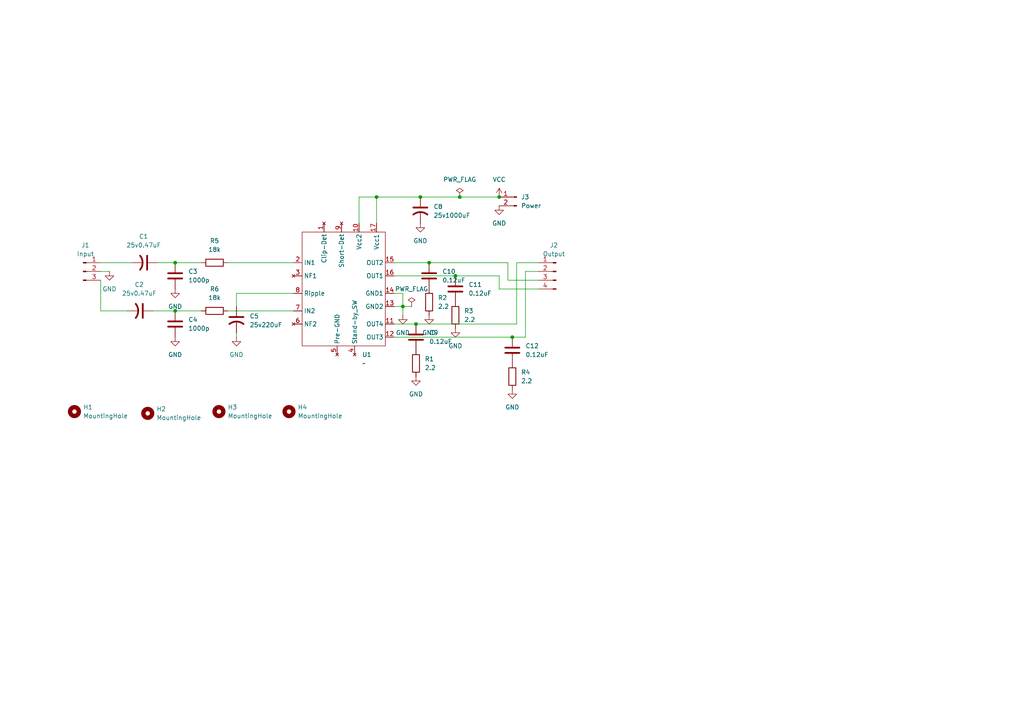
<source format=kicad_sch>
(kicad_sch (version 20250114) (generator "eeschema") (generator_version "9.0")
  (paper "A4")
  (lib_symbols
    (symbol "@MyLibrary:TA8220HQ"
      (property "Reference" "U1" (at 4.6833 -19.05 0))
      (property "Value" "~" (at 4.6833 -21.59 0))
      (symbol "TA8220HQ_0_1"
        (rectangle (start -12.7 16.51) (end 11.43 -16.51))
      )
      (symbol "TA8220HQ_1_1"
        (pin input line (at -15.24 7.62 0) (length 2.54) (name "IN1") (number "2"))
        (pin no_connect line (at -15.24 3.81 0) (length 2.54) (name "NF1") (number "3"))
        (pin input line (at -15.24 -1.27 0) (length 2.54) (name "Ripple") (number "8"))
        (pin input line (at -15.24 -6.35 0) (length 2.54) (name "IN2") (number "7"))
        (pin no_connect line (at -15.24 -10.16 0) (length 2.54) (name "NF2") (number "6"))
        (pin no_connect line (at -6.35 19.05 270) (length 2.54) (name "Clip-Det") (number "1"))
        (pin no_connect line (at -2.54 -19.05 90) (length 2.54) (name "Pre-GND") (number "5"))
        (pin no_connect line (at -1.27 19.05 270) (length 2.54) (name "Short-Det") (number "9"))
        (pin no_connect line (at 2.54 -19.05 90) (length 2.54) (name "Stand-by_SW") (number "4"))
        (pin power_in line (at 3.81 19.05 270) (length 2.54) (name "Vcc2") (number "10"))
        (pin power_in line (at 8.89 19.05 270) (length 2.54) (name "Vcc1") (number "17"))
        (pin output line (at 13.97 7.62 180) (length 2.54) (name "OUT2") (number "15"))
        (pin output line (at 13.97 3.81 180) (length 2.54) (name "OUT1") (number "16"))
        (pin power_in line (at 13.97 -1.27 180) (length 2.54) (name "GND1") (number "14"))
        (pin power_in line (at 13.97 -5.08 180) (length 2.54) (name "GND2") (number "13"))
        (pin output line (at 13.97 -10.16 180) (length 2.54) (name "OUT4") (number "11"))
        (pin output line (at 13.97 -13.97 180) (length 2.54) (name "OUT3") (number "12"))
      )
    )
    (symbol "Connector:Conn_01x02_Pin" (pin_names (offset 1.016) (hide yes))
      (property "Reference" "J" (at 0 2.54 0))
      (property "Value" "Conn_01x02_Pin" (at 0 -5.08 0))
      (symbol "Conn_01x02_Pin_1_1"
        (rectangle (start 0.8636 0.127) (end 0 -0.127) (stroke (width 0.1524)) (fill (type outline)))
        (rectangle (start 0.8636 -2.413) (end 0 -2.667) (stroke (width 0.1524)) (fill (type outline)))
        (polyline (pts (xy 1.27 0) (xy 0.8636 0)) (stroke (width 0.1524)))
        (polyline (pts (xy 1.27 -2.54) (xy 0.8636 -2.54)) (stroke (width 0.1524)))
        (pin passive line (at 5.08 0 180) (length 3.81) (name "Pin_1") (number "1"))
        (pin passive line (at 5.08 -2.54 180) (length 3.81) (name "Pin_2") (number "2"))
      )
    )
    (symbol "Connector:Conn_01x03_Pin" (pin_names (offset 1.016) (hide yes))
      (property "Reference" "J" (at 0 5.08 0))
      (property "Value" "Conn_01x03_Pin" (at 0 -5.08 0))
      (symbol "Conn_01x03_Pin_1_1"
        (rectangle (start 0.8636 2.667) (end 0 2.413) (stroke (width 0.1524)) (fill (type outline)))
        (rectangle (start 0.8636 0.127) (end 0 -0.127) (stroke (width 0.1524)) (fill (type outline)))
        (rectangle (start 0.8636 -2.413) (end 0 -2.667) (stroke (width 0.1524)) (fill (type outline)))
        (polyline (pts (xy 1.27 2.54) (xy 0.8636 2.54)) (stroke (width 0.1524)))
        (polyline (pts (xy 1.27 0) (xy 0.8636 0)) (stroke (width 0.1524)))
        (polyline (pts (xy 1.27 -2.54) (xy 0.8636 -2.54)) (stroke (width 0.1524)))
        (pin passive line (at 5.08 2.54 180) (length 3.81) (name "Pin_1") (number "1"))
        (pin passive line (at 5.08 0 180) (length 3.81) (name "Pin_2") (number "2"))
        (pin passive line (at 5.08 -2.54 180) (length 3.81) (name "Pin_3") (number "3"))
      )
    )
    (symbol "Connector:Conn_01x04_Pin" (pin_names (offset 1.016) (hide yes))
      (property "Reference" "J" (at 0 5.08 0))
      (property "Value" "Conn_01x04_Pin" (at 0 -7.62 0))
      (symbol "Conn_01x04_Pin_1_1"
        (rectangle (start 0.8636 2.667) (end 0 2.413) (stroke (width 0.1524)) (fill (type outline)))
        (rectangle (start 0.8636 0.127) (end 0 -0.127) (stroke (width 0.1524)) (fill (type outline)))
        (rectangle (start 0.8636 -2.413) (end 0 -2.667) (stroke (width 0.1524)) (fill (type outline)))
        (rectangle (start 0.8636 -4.953) (end 0 -5.207) (stroke (width 0.1524)) (fill (type outline)))
        (polyline (pts (xy 1.27 2.54) (xy 0.8636 2.54)) (stroke (width 0.1524)))
        (polyline (pts (xy 1.27 0) (xy 0.8636 0)) (stroke (width 0.1524)))
        (polyline (pts (xy 1.27 -2.54) (xy 0.8636 -2.54)) (stroke (width 0.1524)))
        (polyline (pts (xy 1.27 -5.08) (xy 0.8636 -5.08)) (stroke (width 0.1524)))
        (pin passive line (at 5.08 2.54 180) (length 3.81) (name "Pin_1") (number "1"))
        (pin passive line (at 5.08 0 180) (length 3.81) (name "Pin_2") (number "2"))
        (pin passive line (at 5.08 -2.54 180) (length 3.81) (name "Pin_3") (number "3"))
        (pin passive line (at 5.08 -5.08 180) (length 3.81) (name "Pin_4") (number "4"))
      )
    )
    (symbol "Device:C" (pin_numbers (hide yes)) (pin_names (offset 0.254))
      (property "Reference" "C" (at 0.635 2.54 0))
      (property "Value" "C" (at 0.635 -2.54 0))
      (symbol "C_0_1"
        (polyline (pts (xy -2.032 0.762) (xy 2.032 0.762)) (stroke (width 0.508)))
        (polyline (pts (xy -2.032 -0.762) (xy 2.032 -0.762)) (stroke (width 0.508)))
      )
      (symbol "C_1_1"
        (pin passive line (at 0 3.81 270) (length 2.794) (name "~") (number "1"))
        (pin passive line (at 0 -3.81 90) (length 2.794) (name "~") (number "2"))
      )
    )
    (symbol "Device:C_US" (pin_numbers (hide yes)) (pin_names (offset 0.254) (hide yes))
      (property "Reference" "C" (at 0.635 2.54 0))
      (property "Value" "C_US" (at 0.635 -2.54 0))
      (symbol "C_US_0_1"
        (polyline (pts (xy -2.032 0.762) (xy 2.032 0.762)) (stroke (width 0.508)))
        (arc (start -2.032 -1.27) (mid 0 -0.5572) (end 2.032 -1.27) (stroke (width 0.508)))
      )
      (symbol "C_US_1_1"
        (pin passive line (at 0 3.81 270) (length 2.794) (name "~") (number "1"))
        (pin passive line (at 0 -3.81 90) (length 3.302) (name "~") (number "2"))
      )
    )
    (symbol "Device:R" (pin_numbers (hide yes)) (pin_names (offset 0))
      (property "Reference" "R" (at 2.032 0 90))
      (property "Value" "R" (at 0 0 90))
      (symbol "R_0_1"
        (rectangle (start -1.016 -2.54) (end 1.016 2.54) (stroke (width 0.254)))
      )
      (symbol "R_1_1"
        (pin passive line (at 0 3.81 270) (length 1.27) (name "~") (number "1"))
        (pin passive line (at 0 -3.81 90) (length 1.27) (name "~") (number "2"))
      )
    )
    (symbol "Mechanical:MountingHole" (pin_names (offset 1.016)) (in_bom no)
      (property "Reference" "H" (at 0 5.08 0))
      (property "Value" "MountingHole" (at 0 3.175 0))
      (symbol "MountingHole_0_1"
        (circle (center 0 0) (radius 1.27) (stroke (width 1.27)))
      )
    )
    (symbol "power:GND" (power) (pin_numbers (hide yes)) (pin_names (offset 0) (hide yes))
      (property "Value" "GND" (at 0 -3.81 0))
      (symbol "GND_0_1"
        (polyline (pts (xy 0 0) (xy 0 -1.27) (xy 1.27 -1.27) (xy 0 -2.54) (xy -1.27 -1.27) (xy 0 -1.27)))
      )
      (symbol "GND_1_1"
        (pin power_in line (at 0 0 270) (length 0) (name "~") (number "1"))
      )
    )
    (symbol "power:PWR_FLAG" (power) (pin_numbers (hide yes)) (pin_names (offset 0) (hide yes))
      (property "Value" "PWR_FLAG" (at 0 3.81 0))
      (symbol "PWR_FLAG_0_0"
        (pin power_out line (at 0 0 90) (length 0) (name "~") (number "1"))
      )
      (symbol "PWR_FLAG_0_1"
        (polyline (pts (xy 0 0) (xy 0 1.27) (xy -1.016 1.905) (xy 0 2.54) (xy 1.016 1.905) (xy 0 1.27)))
      )
    )
    (symbol "power:VCC" (power) (pin_numbers (hide yes)) (pin_names (offset 0) (hide yes))
      (property "Value" "VCC" (at 0 3.556 0))
      (symbol "VCC_0_1"
        (polyline (pts (xy -0.762 1.27) (xy 0 2.54)))
        (polyline (pts (xy 0 2.54) (xy 0.762 1.27)))
        (polyline (pts (xy 0 0) (xy 0 2.54)))
      )
      (symbol "VCC_1_1"
        (pin power_in line (at 0 0 90) (length 0) (name "~") (number "1"))
      )
    )
  )
  (junction (at 144.78 57.15))
  (junction (at 124.46 76.2))
  (junction (at 148.59 97.79))
  (junction (at 132.08 80.01))
  (junction (at 109.22 57.15))
  (junction (at 120.65 93.98))
  (junction (at 121.92 57.15))
  (junction (at 116.84 88.9))
  (junction (at 50.8 90.17))
  (junction (at 50.8 76.2))
  (junction (at 133.35 57.15))
  (wire (pts (xy 144.78 83.82) (xy 156.21 83.82)))
  (wire (pts (xy 121.92 57.15) (xy 133.35 57.15)))
  (wire (pts (xy 50.8 90.17) (xy 58.42 90.17)))
  (wire (pts (xy 50.8 76.2) (xy 58.42 76.2)))
  (wire (pts (xy 124.46 76.2) (xy 147.32 76.2)))
  (wire (pts (xy 44.45 90.17) (xy 50.8 90.17)))
  (wire (pts (xy 149.86 76.2) (xy 156.21 76.2)))
  (wire (pts (xy 104.14 64.77) (xy 104.14 57.15)))
  (wire (pts (xy 45.72 76.2) (xy 50.8 76.2)))
  (wire (pts (xy 104.14 57.15) (xy 109.22 57.15)))
  (wire (pts (xy 116.84 88.9) (xy 119.38 88.9)))
  (wire (pts (xy 68.58 85.09) (xy 85.09 85.09)))
  (wire (pts (xy 109.22 57.15) (xy 121.92 57.15)))
  (wire (pts (xy 152.4 78.74) (xy 152.4 97.79)))
  (wire (pts (xy 133.35 57.15) (xy 144.78 57.15)))
  (wire (pts (xy 147.32 81.28) (xy 156.21 81.28)))
  (wire (pts (xy 114.3 93.98) (xy 120.65 93.98)))
  (wire (pts (xy 148.59 97.79) (xy 152.4 97.79)))
  (wire (pts (xy 29.21 81.28) (xy 29.21 90.17)))
  (wire (pts (xy 114.3 97.79) (xy 148.59 97.79)))
  (wire (pts (xy 68.58 96.52) (xy 68.58 97.79)))
  (wire (pts (xy 114.3 85.09) (xy 116.84 85.09)))
  (wire (pts (xy 29.21 78.74) (xy 31.75 78.74)))
  (wire (pts (xy 149.86 76.2) (xy 149.86 93.98)))
  (wire (pts (xy 114.3 80.01) (xy 132.08 80.01)))
  (wire (pts (xy 109.22 57.15) (xy 109.22 64.77)))
  (wire (pts (xy 114.3 88.9) (xy 116.84 88.9)))
  (wire (pts (xy 147.32 76.2) (xy 147.32 81.28)))
  (wire (pts (xy 66.04 76.2) (xy 85.09 76.2)))
  (wire (pts (xy 144.78 80.01) (xy 144.78 83.82)))
  (wire (pts (xy 29.21 76.2) (xy 38.1 76.2)))
  (wire (pts (xy 114.3 76.2) (xy 124.46 76.2)))
  (wire (pts (xy 132.08 80.01) (xy 144.78 80.01)))
  (wire (pts (xy 116.84 88.9) (xy 116.84 91.44)))
  (wire (pts (xy 29.21 90.17) (xy 36.83 90.17)))
  (wire (pts (xy 120.65 93.98) (xy 149.86 93.98)))
  (wire (pts (xy 66.04 90.17) (xy 85.09 90.17)))
  (wire (pts (xy 68.58 88.9) (xy 68.58 85.09)))
  (wire (pts (xy 116.84 85.09) (xy 116.84 88.9)))
  (wire (pts (xy 156.21 78.74) (xy 152.4 78.74)))
  (symbol (lib_id "Mechanical:MountingHole") (at 63.5 119.38 0) (unit 1) (in_bom no)
    (property "Reference" "H3" (at 66.04 118.1099 0) (effects (justify left)))
    (property "Value" "MountingHole" (at 66.04 120.6499 0) (effects (justify left)))
    (property "Footprint" "MountingHole:MountingHole_3.2mm_M3" (effects (hide yes)))
    (property "Description" "Mounting Hole without connection" (effects (hide yes)))
  )
  (symbol (lib_id "power:PWR_FLAG") (at 119.38 88.9 0) (unit 1)
    (property "Reference" "#FLG02" (effects (hide yes)))
    (property "Value" "PWR_FLAG" (at 119.38 83.82 0))
    (property "Description" "Special symbol for telling ERC where power comes from" (effects (hide yes)))
  )
  (symbol (lib_id "power:GND") (at 132.08 95.25 0) (unit 1)
    (property "Reference" "#PWR010" (effects (hide yes)))
    (property "Value" "GND" (at 132.08 100.33 0))
    (property "Description" "Power symbol creates a global label with name \"GND\" , ground" (effects (hide yes)))
  )
  (symbol (lib_id "power:PWR_FLAG") (at 133.35 57.15 0) (unit 1)
    (property "Reference" "#FLG01" (effects (hide yes)))
    (property "Value" "PWR_FLAG" (at 133.35 52.07 0))
    (property "Description" "Special symbol for telling ERC where power comes from" (effects (hide yes)))
  )
  (symbol (lib_id "Device:R") (at 62.23 90.17 90) (unit 1)
    (property "Reference" "R6" (at 62.23 83.82 90))
    (property "Value" "18k" (at 62.23 86.36 90))
    (property "Footprint" "Resistor_THT:R_Axial_DIN0617_L17.0mm_D6.0mm_P20.32mm_Horizontal" (effects (hide yes)))
    (property "Description" "Resistor" (effects (hide yes)))
  )
  (symbol (lib_id "Device:R") (at 120.65 105.41 0) (unit 1)
    (property "Reference" "R1" (at 123.19 104.1399 0) (effects (justify left)))
    (property "Value" "2.2" (at 123.19 106.6799 0) (effects (justify left)))
    (property "Footprint" "Resistor_THT:R_Axial_DIN0617_L17.0mm_D6.0mm_P20.32mm_Horizontal" (effects (hide yes)))
    (property "Description" "Resistor" (effects (hide yes)))
  )
  (symbol (lib_id "power:GND") (at 31.75 78.74 0) (unit 1)
    (property "Reference" "#PWR01" (effects (hide yes)))
    (property "Value" "GND" (at 31.75 83.82 0))
    (property "Description" "Power symbol creates a global label with name \"GND\" , ground" (effects (hide yes)))
  )
  (symbol (lib_id "Device:C") (at 50.8 93.98 0) (unit 1)
    (property "Reference" "C4" (at 54.61 92.7099 0) (effects (justify left)))
    (property "Value" "1000p" (at 54.61 95.2499 0) (effects (justify left)))
    (property "Footprint" "@MyLibrary:5.3_2.5_p2.5" (effects (hide yes)))
    (property "Description" "Unpolarized capacitor" (effects (hide yes)))
  )
  (symbol (lib_id "Connector:Conn_01x03_Pin") (at 24.13 78.74 0) (unit 1)
    (property "Reference" "J1" (at 24.765 71.12 0))
    (property "Value" "Input" (at 24.765 73.66 0))
    (property "Footprint" "Connector_JST:JST_XH_B3B-XH-A_1x03_P2.50mm_Vertical" (effects (hide yes)))
    (property "Description" "Generic connector, single row, 01x03, script generated" (effects (hide yes)))
  )
  (symbol (lib_id "Device:R") (at 132.08 91.44 0) (unit 1)
    (property "Reference" "R3" (at 134.62 90.1699 0) (effects (justify left)))
    (property "Value" "2.2" (at 134.62 92.7099 0) (effects (justify left)))
    (property "Footprint" "Resistor_THT:R_Axial_DIN0617_L17.0mm_D6.0mm_P20.32mm_Horizontal" (effects (hide yes)))
    (property "Description" "Resistor" (effects (hide yes)))
  )
  (symbol (lib_id "power:GND") (at 124.46 91.44 0) (unit 1)
    (property "Reference" "#PWR09" (effects (hide yes)))
    (property "Value" "GND" (at 124.46 96.52 0))
    (property "Description" "Power symbol creates a global label with name \"GND\" , ground" (effects (hide yes)))
  )
  (symbol (lib_id "Mechanical:MountingHole") (at 21.59 119.38 0) (unit 1) (in_bom no)
    (property "Reference" "H1" (at 24.13 118.1099 0) (effects (justify left)))
    (property "Value" "MountingHole" (at 24.13 120.6499 0) (effects (justify left)))
    (property "Footprint" "MountingHole:MountingHole_3.2mm_M3" (effects (hide yes)))
    (property "Description" "Mounting Hole without connection" (effects (hide yes)))
  )
  (symbol (lib_id "power:GND") (at 116.84 91.44 0) (unit 1)
    (property "Reference" "#PWR013" (effects (hide yes)))
    (property "Value" "GND" (at 116.84 96.52 0))
    (property "Description" "Power symbol creates a global label with name \"GND\" , ground" (effects (hide yes)))
  )
  (symbol (lib_id "Device:R") (at 148.59 109.22 0) (unit 1)
    (property "Reference" "R4" (at 151.13 107.9499 0) (effects (justify left)))
    (property "Value" "2.2" (at 151.13 110.4899 0) (effects (justify left)))
    (property "Footprint" "Resistor_THT:R_Axial_DIN0617_L17.0mm_D6.0mm_P20.32mm_Horizontal" (effects (hide yes)))
    (property "Description" "Resistor" (effects (hide yes)))
  )
  (symbol (lib_id "Device:C_US") (at 41.91 76.2 270) (unit 1)
    (property "Reference" "C1" (at 41.656 68.58 90))
    (property "Value" "25v0.47uF" (at 41.656 71.12 90))
    (property "Footprint" "Capacitor_THT:CP_Radial_D5.0mm_P2.50mm" (effects (hide yes)))
    (property "Description" "capacitor, US symbol" (effects (hide yes)))
  )
  (symbol (lib_id "Connector:Conn_01x02_Pin") (at 149.86 57.15 0) (mirror y) (unit 1)
    (property "Reference" "J3" (at 151.13 57.1499 0) (effects (justify right)))
    (property "Value" "Power" (at 151.13 59.6899 0) (effects (justify right)))
    (property "Footprint" "Connector_JST:JST_XH_B2B-XH-A_1x02_P2.50mm_Vertical" (effects (hide yes)))
    (property "Description" "Generic connector, single row, 01x02, script generated" (effects (hide yes)))
  )
  (symbol (lib_id "Device:R") (at 62.23 76.2 90) (unit 1)
    (property "Reference" "R5" (at 62.23 69.85 90))
    (property "Value" "18k" (at 62.23 72.39 90))
    (property "Footprint" "Resistor_THT:R_Axial_DIN0617_L17.0mm_D6.0mm_P20.32mm_Horizontal" (effects (hide yes)))
    (property "Description" "Resistor" (effects (hide yes)))
  )
  (symbol (lib_id "Device:C_US") (at 40.64 90.17 270) (unit 1)
    (property "Reference" "C2" (at 40.386 82.55 90))
    (property "Value" "25v0.47uF" (at 40.386 85.09 90))
    (property "Footprint" "Capacitor_THT:CP_Radial_D5.0mm_P2.50mm" (effects (hide yes)))
    (property "Description" "capacitor, US symbol" (effects (hide yes)))
  )
  (symbol (lib_id "@MyLibrary:TA8220HQ") (at 100.33 83.82 0) (unit 1)
    (property "Reference" "U1" (at 105.0133 102.87 0) (effects (justify left)))
    (property "Value" "~" (at 105.0133 105.41 0) (effects (justify left)))
    (property "Footprint" "@MyLibrary:TA-8220HQ" (effects (hide yes)))
  )
  (symbol (lib_id "Device:R") (at 124.46 87.63 0) (unit 1)
    (property "Reference" "R2" (at 127 86.3599 0) (effects (justify left)))
    (property "Value" "2.2" (at 127 88.8999 0) (effects (justify left)))
    (property "Footprint" "Resistor_THT:R_Axial_DIN0617_L17.0mm_D6.0mm_P20.32mm_Horizontal" (effects (hide yes)))
    (property "Description" "Resistor" (effects (hide yes)))
  )
  (symbol (lib_id "power:GND") (at 121.92 64.77 0) (unit 1)
    (property "Reference" "#PWR08" (effects (hide yes)))
    (property "Value" "GND" (at 121.92 69.85 0))
    (property "Description" "Power symbol creates a global label with name \"GND\" , ground" (effects (hide yes)))
  )
  (symbol (lib_id "Device:C") (at 50.8 80.01 0) (unit 1)
    (property "Reference" "C3" (at 54.61 78.7399 0) (effects (justify left)))
    (property "Value" "1000p" (at 54.61 81.2799 0) (effects (justify left)))
    (property "Footprint" "@MyLibrary:5.3_2.5_p2.5" (effects (hide yes)))
    (property "Description" "Unpolarized capacitor" (effects (hide yes)))
  )
  (symbol (lib_id "Device:C") (at 124.46 80.01 0) (unit 1)
    (property "Reference" "C10" (at 128.27 78.7399 0) (effects (justify left)))
    (property "Value" "0.12uF" (at 128.27 81.2799 0) (effects (justify left)))
    (property "Footprint" "@MyLibrary:11.6_7.0_p7.5" (effects (hide yes)))
    (property "Description" "Unpolarized capacitor" (effects (hide yes)))
  )
  (symbol (lib_id "power:GND") (at 50.8 97.79 0) (unit 1)
    (property "Reference" "#PWR03" (effects (hide yes)))
    (property "Value" "GND" (at 50.8 102.87 0))
    (property "Description" "Power symbol creates a global label with name \"GND\" , ground" (effects (hide yes)))
  )
  (symbol (lib_id "power:GND") (at 50.8 83.82 0) (unit 1)
    (property "Reference" "#PWR02" (effects (hide yes)))
    (property "Value" "GND" (at 50.8 88.9 0))
    (property "Description" "Power symbol creates a global label with name \"GND\" , ground" (effects (hide yes)))
  )
  (symbol (lib_id "power:GND") (at 120.65 109.22 0) (unit 1)
    (property "Reference" "#PWR07" (effects (hide yes)))
    (property "Value" "GND" (at 120.65 114.3 0))
    (property "Description" "Power symbol creates a global label with name \"GND\" , ground" (effects (hide yes)))
  )
  (symbol (lib_id "Device:C") (at 132.08 83.82 0) (unit 1)
    (property "Reference" "C11" (at 135.89 82.5499 0) (effects (justify left)))
    (property "Value" "0.12uF" (at 135.89 85.0899 0) (effects (justify left)))
    (property "Footprint" "@MyLibrary:11.6_7.0_p7.5" (effects (hide yes)))
    (property "Description" "Unpolarized capacitor" (effects (hide yes)))
  )
  (symbol (lib_id "Connector:Conn_01x04_Pin") (at 161.29 78.74 0) (mirror y) (unit 1)
    (property "Reference" "J2" (at 160.655 71.12 0))
    (property "Value" "Output" (at 160.655 73.66 0))
    (property "Footprint" "Connector_JST:JST_XH_B4B-XH-A_1x04_P2.50mm_Vertical" (effects (hide yes)))
    (property "Description" "Generic connector, single row, 01x04, script generated" (effects (hide yes)))
  )
  (symbol (lib_id "Device:C_US") (at 68.58 92.71 0) (unit 1)
    (property "Reference" "C5" (at 72.39 91.6939 0) (effects (justify left)))
    (property "Value" "25v220uF" (at 72.39 94.2339 0) (effects (justify left)))
    (property "Footprint" "Capacitor_THT:CP_Radial_D8.0mm_P5.00mm" (effects (hide yes)))
    (property "Description" "capacitor, US symbol" (effects (hide yes)))
  )
  (symbol (lib_id "Device:C") (at 148.59 101.6 0) (unit 1)
    (property "Reference" "C12" (at 152.4 100.3299 0) (effects (justify left)))
    (property "Value" "0.12uF" (at 152.4 102.8699 0) (effects (justify left)))
    (property "Footprint" "@MyLibrary:11.6_7.0_p7.5" (effects (hide yes)))
    (property "Description" "Unpolarized capacitor" (effects (hide yes)))
  )
  (symbol (lib_id "power:VCC") (at 144.78 57.15 0) (unit 1)
    (property "Reference" "#PWR011" (effects (hide yes)))
    (property "Value" "VCC" (at 144.78 52.07 0))
    (property "Description" "Power symbol creates a global label with name \"VCC\"" (effects (hide yes)))
  )
  (symbol (lib_id "power:GND") (at 68.58 97.79 0) (unit 1)
    (property "Reference" "#PWR05" (effects (hide yes)))
    (property "Value" "GND" (at 68.58 102.87 0))
    (property "Description" "Power symbol creates a global label with name \"GND\" , ground" (effects (hide yes)))
  )
  (symbol (lib_id "Device:C_US") (at 121.92 60.96 0) (unit 1)
    (property "Reference" "C8" (at 125.73 59.9439 0) (effects (justify left)))
    (property "Value" "25v1000uF" (at 125.73 62.4839 0) (effects (justify left)))
    (property "Footprint" "Capacitor_THT:CP_Radial_D10.0mm_P5.00mm" (effects (hide yes)))
    (property "Description" "capacitor, US symbol" (effects (hide yes)))
  )
  (symbol (lib_id "Mechanical:MountingHole") (at 42.8489 119.8994 0) (unit 1) (in_bom no)
    (property "Reference" "H2" (at 45.3889 118.6293 0) (effects (justify left)))
    (property "Value" "MountingHole" (at 45.3889 121.1693 0) (effects (justify left)))
    (property "Footprint" "MountingHole:MountingHole_3.2mm_M3" (effects (hide yes)))
    (property "Description" "Mounting Hole without connection" (effects (hide yes)))
  )
  (symbol (lib_id "power:GND") (at 148.59 113.03 0) (unit 1)
    (property "Reference" "#PWR012" (effects (hide yes)))
    (property "Value" "GND" (at 148.59 118.11 0))
    (property "Description" "Power symbol creates a global label with name \"GND\" , ground" (effects (hide yes)))
  )
  (symbol (lib_id "Device:C") (at 120.65 97.79 0) (unit 1)
    (property "Reference" "C9" (at 124.46 96.5199 0) (effects (justify left)))
    (property "Value" "0.12uF" (at 124.46 99.0599 0) (effects (justify left)))
    (property "Footprint" "@MyLibrary:11.6_7.0_p7.5" (effects (hide yes)))
    (property "Description" "Unpolarized capacitor" (effects (hide yes)))
  )
  (symbol (lib_id "power:GND") (at 144.78 59.69 0) (unit 1)
    (property "Reference" "#PWR014" (effects (hide yes)))
    (property "Value" "GND" (at 144.78 64.77 0))
    (property "Description" "Power symbol creates a global label with name \"GND\" , ground" (effects (hide yes)))
  )
  (symbol (lib_id "Mechanical:MountingHole") (at 83.82 119.38 0) (unit 1) (in_bom no)
    (property "Reference" "H4" (at 86.36 118.1099 0) (effects (justify left)))
    (property "Value" "MountingHole" (at 86.36 120.6499 0) (effects (justify left)))
    (property "Footprint" "MountingHole:MountingHole_3.2mm_M3" (effects (hide yes)))
    (property "Description" "Mounting Hole without connection" (effects (hide yes)))
  )
)
</source>
